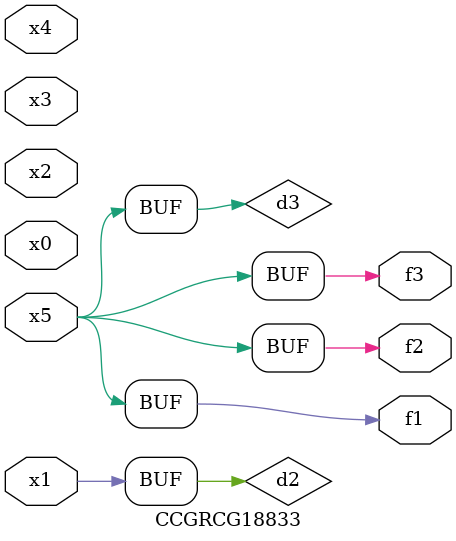
<source format=v>
module CCGRCG18833(
	input x0, x1, x2, x3, x4, x5,
	output f1, f2, f3
);

	wire d1, d2, d3;

	not (d1, x5);
	or (d2, x1);
	xnor (d3, d1);
	assign f1 = d3;
	assign f2 = d3;
	assign f3 = d3;
endmodule

</source>
